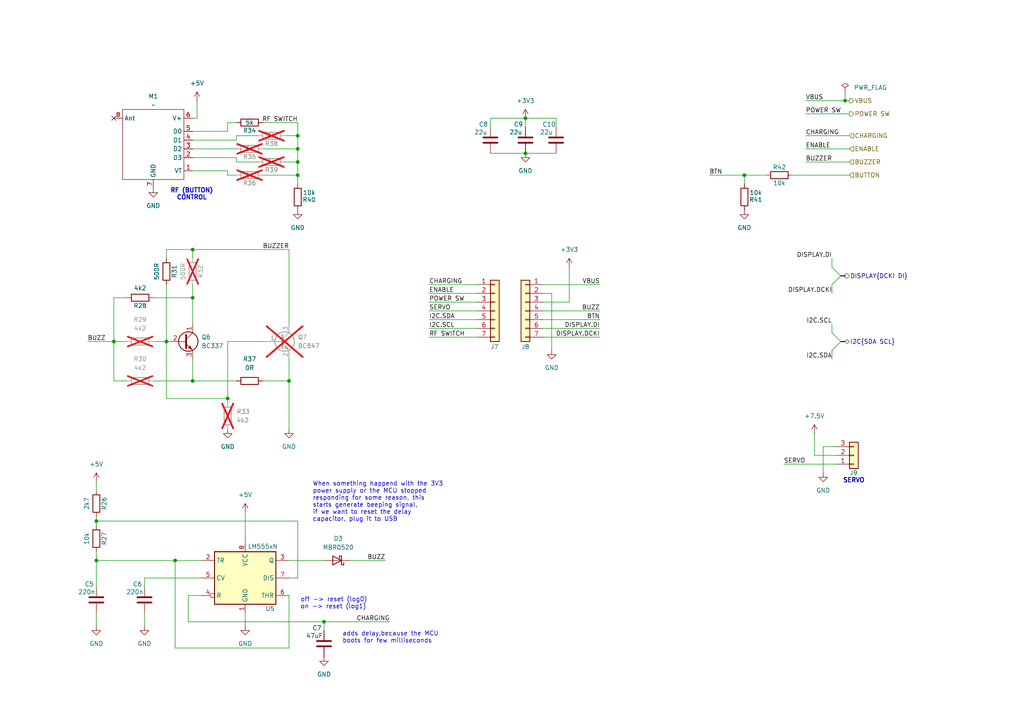
<source format=kicad_sch>
(kicad_sch (version 20250114) (generator "eeschema") (generator_version "9.0")
  (paper "A4")
  (title_block (title "Brake Control") (date "2024-12-15") (rev "1.0"))
  (lib_symbols
    (symbol "Connector_Generic:Conn_01x03" (pin_names (offset 1.016) (hide yes))
      (property "Reference" "J" (at 0 5.08 0))
      (property "Value" "Conn_01x03" (at 0 -5.08 0))
      (symbol "Conn_01x03_1_1"
        (rectangle (start -1.27 3.81) (end 1.27 -3.81) (stroke (width 0.254)) (fill (type background)))
        (rectangle (start -1.27 2.667) (end 0 2.413) (stroke (width 0.1524)))
        (rectangle (start -1.27 0.127) (end 0 -0.127) (stroke (width 0.1524)))
        (rectangle (start -1.27 -2.413) (end 0 -2.667) (stroke (width 0.1524)))
        (pin passive line (at -5.08 2.54 0) (length 3.81) (name "Pin_1") (number "1"))
        (pin passive line (at -5.08 0 0) (length 3.81) (name "Pin_2") (number "2"))
        (pin passive line (at -5.08 -2.54 0) (length 3.81) (name "Pin_3") (number "3"))
      )
    )
    (symbol "Connector_Generic:Conn_01x07" (pin_names (offset 1.016) (hide yes))
      (property "Reference" "J" (at 0 10.16 0))
      (property "Value" "Conn_01x07" (at 0 -10.16 0))
      (symbol "Conn_01x07_1_1"
        (rectangle (start -1.27 8.89) (end 1.27 -8.89) (stroke (width 0.254)) (fill (type background)))
        (rectangle (start -1.27 7.747) (end 0 7.493) (stroke (width 0.1524)))
        (rectangle (start -1.27 5.207) (end 0 4.953) (stroke (width 0.1524)))
        (rectangle (start -1.27 2.667) (end 0 2.413) (stroke (width 0.1524)))
        (rectangle (start -1.27 0.127) (end 0 -0.127) (stroke (width 0.1524)))
        (rectangle (start -1.27 -2.413) (end 0 -2.667) (stroke (width 0.1524)))
        (rectangle (start -1.27 -4.953) (end 0 -5.207) (stroke (width 0.1524)))
        (rectangle (start -1.27 -7.493) (end 0 -7.747) (stroke (width 0.1524)))
        (pin passive line (at -5.08 7.62 0) (length 3.81) (name "Pin_1") (number "1"))
        (pin passive line (at -5.08 5.08 0) (length 3.81) (name "Pin_2") (number "2"))
        (pin passive line (at -5.08 2.54 0) (length 3.81) (name "Pin_3") (number "3"))
        (pin passive line (at -5.08 0 0) (length 3.81) (name "Pin_4") (number "4"))
        (pin passive line (at -5.08 -2.54 0) (length 3.81) (name "Pin_5") (number "5"))
        (pin passive line (at -5.08 -5.08 0) (length 3.81) (name "Pin_6") (number "6"))
        (pin passive line (at -5.08 -7.62 0) (length 3.81) (name "Pin_7") (number "7"))
      )
    )
    (symbol "Device:C" (pin_numbers (hide yes)) (pin_names (offset 0.254))
      (property "Reference" "C" (at 0.635 2.54 0))
      (property "Value" "C" (at 0.635 -2.54 0))
      (symbol "C_0_1"
        (polyline (pts (xy -2.032 0.762) (xy 2.032 0.762)) (stroke (width 0.508)))
        (polyline (pts (xy -2.032 -0.762) (xy 2.032 -0.762)) (stroke (width 0.508)))
      )
      (symbol "C_1_1"
        (pin passive line (at 0 3.81 270) (length 2.794) (name "~") (number "1"))
        (pin passive line (at 0 -3.81 90) (length 2.794) (name "~") (number "2"))
      )
    )
    (symbol "Device:R" (pin_numbers (hide yes)) (pin_names (offset 0))
      (property "Reference" "R" (at 2.032 0 90))
      (property "Value" "R" (at 0 0 90))
      (symbol "R_0_1"
        (rectangle (start -1.016 -2.54) (end 1.016 2.54) (stroke (width 0.254)))
      )
      (symbol "R_1_1"
        (pin passive line (at 0 3.81 270) (length 1.27) (name "~") (number "1"))
        (pin passive line (at 0 -3.81 90) (length 1.27) (name "~") (number "2"))
      )
    )
    (symbol "Diode:MBR0520" (pin_numbers (hide yes)) (pin_names (offset 1.016) (hide yes))
      (property "Reference" "D" (at 0 2.54 0))
      (property "Value" "MBR0520" (at 0 -2.54 0))
      (symbol "MBR0520_0_1"
        (polyline (pts (xy -1.905 0.635) (xy -1.905 1.27) (xy -1.27 1.27) (xy -1.27 -1.27) (xy -0.635 -1.27) (xy -0.635 -0.635)) (stroke (width 0.254)))
        (polyline (pts (xy 1.27 1.27) (xy 1.27 -1.27) (xy -1.27 0) (xy 1.27 1.27)) (stroke (width 0.254)))
        (polyline (pts (xy 1.27 0) (xy -1.27 0)))
      )
      (symbol "MBR0520_1_1"
        (pin passive line (at -3.81 0 0) (length 2.54) (name "K") (number "1"))
        (pin passive line (at 3.81 0 180) (length 2.54) (name "A") (number "2"))
      )
    )
    (symbol "Timer:LM555xN"
      (property "Reference" "U" (at -10.16 8.89 0))
      (property "Value" "LM555xN" (at 2.54 8.89 0))
      (symbol "LM555xN_0_0"
        (pin power_in line (at 0 10.16 270) (length 2.54) (name "VCC") (number "8"))
        (pin power_in line (at 0 -10.16 90) (length 2.54) (name "GND") (number "1"))
      )
      (symbol "LM555xN_0_1"
        (rectangle (start -8.89 -7.62) (end 8.89 7.62) (stroke (width 0.254)) (fill (type background)))
        (rectangle (start -8.89 -7.62) (end 8.89 7.62) (stroke (width 0.254)) (fill (type background)))
      )
      (symbol "LM555xN_1_1"
        (pin input line (at -12.7 5.08 0) (length 3.81) (name "TR") (number "2"))
        (pin input line (at -12.7 0 0) (length 3.81) (name "CV") (number "5"))
        (pin input inverted (at -12.7 -5.08 0) (length 3.81) (name "R") (number "4"))
        (pin output line (at 12.7 5.08 180) (length 3.81) (name "Q") (number "3"))
        (pin input line (at 12.7 0 180) (length 3.81) (name "DIS") (number "7"))
        (pin input line (at 12.7 -5.08 180) (length 3.81) (name "THR") (number "6"))
      )
    )
    (symbol "Transistor_BJT:BC337" (pin_names (offset 0) (hide yes))
      (property "Reference" "Q" (at 5.08 1.905 0))
      (property "Value" "BC337" (at 5.08 0 0))
      (symbol "BC337_0_1"
        (polyline (pts (xy 0 0) (xy 0.635 0)))
        (polyline (pts (xy 0.635 1.905) (xy 0.635 -1.905) (xy 0.635 -1.905)) (stroke (width 0.508)))
        (polyline (pts (xy 0.635 0.635) (xy 2.54 2.54)))
        (polyline (pts (xy 0.635 -0.635) (xy 2.54 -2.54) (xy 2.54 -2.54)))
        (circle (center 1.27 0) (radius 2.8194) (stroke (width 0.254)))
        (polyline (pts (xy 1.27 -1.778) (xy 1.778 -1.27) (xy 2.286 -2.286) (xy 1.27 -1.778) (xy 1.27 -1.778)) (fill (type outline)))
      )
      (symbol "BC337_1_1"
        (pin input line (at -5.08 0 0) (length 5.08) (name "B") (number "2"))
        (pin passive line (at 2.54 5.08 270) (length 2.54) (name "C") (number "1"))
        (pin passive line (at 2.54 -5.08 90) (length 2.54) (name "E") (number "3"))
      )
    )
    (symbol "Transistor_BJT:BC847" (pin_names (offset 0) (hide yes))
      (property "Reference" "Q" (at 5.08 1.905 0))
      (property "Value" "BC847" (at 5.08 0 0))
      (symbol "BC847_0_1"
        (polyline (pts (xy 0.635 1.905) (xy 0.635 -1.905) (xy 0.635 -1.905)) (stroke (width 0.508)))
        (polyline (pts (xy 0.635 0.635) (xy 2.54 2.54)))
        (polyline (pts (xy 0.635 -0.635) (xy 2.54 -2.54) (xy 2.54 -2.54)))
        (circle (center 1.27 0) (radius 2.8194) (stroke (width 0.254)))
        (polyline (pts (xy 1.27 -1.778) (xy 1.778 -1.27) (xy 2.286 -2.286) (xy 1.27 -1.778) (xy 1.27 -1.778)) (fill (type outline)))
      )
      (symbol "BC847_1_1"
        (pin input line (at -5.08 0 0) (length 5.715) (name "B") (number "1"))
        (pin passive line (at 2.54 5.08 270) (length 2.54) (name "C") (number "3"))
        (pin passive line (at 2.54 -5.08 90) (length 2.54) (name "E") (number "2"))
      )
    )
    (symbol "chinese_modules:RF_controller"
      (property "Reference" "M" (at 0 0 0))
      (symbol "RF_controller_0_1"
        (rectangle (start -8.89 10.16) (end 8.89 -10.16))
      )
      (symbol "RF_controller_1_1"
        (pin input line (at -11.43 7.62 0) (length 2.54) (name "Ant") (number "8"))
        (pin passive line (at 0 -12.7 90) (length 2.54) (name "GND") (number "7"))
        (pin passive line (at 11.43 7.62 180) (length 2.54) (name "V+") (number "6"))
        (pin passive line (at 11.43 3.81 180) (length 2.54) (name "D0") (number "5"))
        (pin passive line (at 11.43 1.27 180) (length 2.54) (name "D1") (number "4"))
        (pin passive line (at 11.43 -1.27 180) (length 2.54) (name "D2") (number "3"))
        (pin passive line (at 11.43 -3.81 180) (length 2.54) (name "D3") (number "2"))
        (pin passive line (at 11.43 -7.62 180) (length 2.54) (name "VT") (number "1"))
      )
    )
    (symbol "power:+3V3" (power) (pin_numbers (hide yes)) (pin_names (offset 0) (hide yes))
      (property "Value" "+3V3" (at 0 3.556 0))
      (symbol "+3V3_0_1"
        (polyline (pts (xy -0.762 1.27) (xy 0 2.54)))
        (polyline (pts (xy 0 2.54) (xy 0.762 1.27)))
        (polyline (pts (xy 0 0) (xy 0 2.54)))
      )
      (symbol "+3V3_1_1"
        (pin power_in line (at 0 0 90) (length 0) (name "~") (number "1"))
      )
    )
    (symbol "power:+5V" (power) (pin_numbers (hide yes)) (pin_names (offset 0) (hide yes))
      (property "Value" "+5V" (at 0 3.556 0))
      (symbol "+5V_0_1"
        (polyline (pts (xy -0.762 1.27) (xy 0 2.54)))
        (polyline (pts (xy 0 2.54) (xy 0.762 1.27)))
        (polyline (pts (xy 0 0) (xy 0 2.54)))
      )
      (symbol "+5V_1_1"
        (pin power_in line (at 0 0 90) (length 0) (name "~") (number "1"))
      )
    )
    (symbol "power:+7.5V" (power) (pin_numbers (hide yes)) (pin_names (offset 0) (hide yes))
      (property "Value" "+7.5V" (at 0 3.556 0))
      (symbol "+7.5V_0_1"
        (polyline (pts (xy -0.762 1.27) (xy 0 2.54)))
        (polyline (pts (xy 0 2.54) (xy 0.762 1.27)))
        (polyline (pts (xy 0 0) (xy 0 2.54)))
      )
      (symbol "+7.5V_1_1"
        (pin power_in line (at 0 0 90) (length 0) (name "~") (number "1"))
      )
    )
    (symbol "power:GND" (power) (pin_numbers (hide yes)) (pin_names (offset 0) (hide yes))
      (property "Value" "GND" (at 0 -3.81 0))
      (symbol "GND_0_1"
        (polyline (pts (xy 0 0) (xy 0 -1.27) (xy 1.27 -1.27) (xy 0 -2.54) (xy -1.27 -1.27) (xy 0 -1.27)))
      )
      (symbol "GND_1_1"
        (pin power_in line (at 0 0 270) (length 0) (name "~") (number "1"))
      )
    )
    (symbol "power:PWR_FLAG" (power) (pin_numbers (hide yes)) (pin_names (offset 0) (hide yes))
      (property "Value" "PWR_FLAG" (at 0 3.81 0))
      (symbol "PWR_FLAG_0_0"
        (pin power_out line (at 0 0 90) (length 0) (name "~") (number "1"))
      )
      (symbol "PWR_FLAG_0_1"
        (polyline (pts (xy 0 0) (xy 0 1.27) (xy -1.016 1.905) (xy 0 2.54) (xy 1.016 1.905) (xy 0 1.27)))
      )
    )
  )
  (bus_alias "DISPLAY" (members "DISP_DI" "DISP_DCKI"))
  (text "adds delay,because the MCU \nboots for few milliseconds" (at 99.314 184.912 0) (effects (font (size 1.27 1.27)) (justify left)))
  (text "SERVO" (at 247.65 139.446 0) (effects (font (size 1.27 1.27) (thickness 0.254) (bold yes))))
  (text "off -> reset (log0)\non -> reset (log1) " (at 87.122 175.006 0) (effects (font (size 1.27 1.27)) (justify left)))
  (text "RF (BUTTON)\nCONTROL\n" (at 55.626 56.388 0) (effects (font (size 1.27 1.27) (thickness 0.254) (bold yes))))
  (text "When something happend with the 3V3\npower supply or the MCU stopped \nresponding for some reason, this\nstarts generate beeping signal, \nif we want to reset the delay \ncapacitor, plug it to USB" (at 90.678 145.542 0) (effects (font (size 1.27 1.27)) (justify left)))
  (junction (at 86.36 46.99))
  (junction (at 48.26 99.06))
  (junction (at 33.02 99.06))
  (junction (at 152.4 34.29))
  (junction (at 86.36 39.37))
  (junction (at 27.94 151.13))
  (junction (at 55.88 86.36))
  (junction (at 66.04 115.57))
  (junction (at 215.9 50.8))
  (junction (at 55.88 72.39))
  (junction (at 86.36 43.18))
  (junction (at 27.94 162.56))
  (junction (at 83.82 110.49))
  (junction (at 245.11 29.21))
  (junction (at 86.36 50.8))
  (junction (at 93.98 180.34))
  (junction (at 152.4 44.45))
  (junction (at 50.8 162.56))
  (junction (at 55.88 110.49))
  (no_connect (at 33.02 34.29))
  (bus_entry (at 241.3 77.47) (size 2.54 2.54))
  (bus_entry (at 243.84 80.01) (size -2.54 2.54))
  (bus_entry (at 243.84 99.06) (size -2.54 2.54))
  (bus_entry (at 241.3 96.52) (size 2.54 2.54))
  (wire (pts (xy 55.88 86.36) (xy 55.88 93.98)))
  (wire (pts (xy 142.24 36.83) (xy 142.24 34.29)))
  (wire (pts (xy 86.36 151.13) (xy 86.36 167.64)))
  (wire (pts (xy 36.83 86.36) (xy 33.02 86.36)))
  (wire (pts (xy 27.94 149.86) (xy 27.94 151.13)))
  (wire (pts (xy 66.04 115.57) (xy 66.04 116.84)))
  (wire (pts (xy 82.55 39.37) (xy 86.36 39.37)))
  (wire (pts (xy 157.48 97.79) (xy 173.99 97.79)))
  (wire (pts (xy 66.04 35.56) (xy 68.58 35.56)))
  (wire (pts (xy 241.3 96.52) (xy 241.3 93.98)))
  (wire (pts (xy 93.98 180.34) (xy 113.03 180.34)))
  (wire (pts (xy 152.4 44.45) (xy 161.29 44.45)))
  (wire (pts (xy 33.02 110.49) (xy 33.02 99.06)))
  (wire (pts (xy 124.46 82.55) (xy 138.43 82.55)))
  (wire (pts (xy 124.46 95.25) (xy 138.43 95.25)))
  (wire (pts (xy 245.11 26.67) (xy 245.11 29.21)))
  (wire (pts (xy 66.04 50.8) (xy 68.58 50.8)))
  (wire (pts (xy 50.8 162.56) (xy 50.8 187.96)))
  (wire (pts (xy 44.45 86.36) (xy 55.88 86.36)))
  (wire (pts (xy 205.74 50.8) (xy 215.9 50.8)))
  (wire (pts (xy 157.48 92.71) (xy 173.99 92.71)))
  (wire (pts (xy 245.11 29.21) (xy 246.38 29.21)))
  (wire (pts (xy 55.88 104.14) (xy 55.88 110.49)))
  (wire (pts (xy 76.2 110.49) (xy 83.82 110.49)))
  (wire (pts (xy 124.46 87.63) (xy 138.43 87.63)))
  (wire (pts (xy 101.6 162.56) (xy 111.76 162.56)))
  (wire (pts (xy 165.1 77.47) (xy 165.1 87.63)))
  (wire (pts (xy 76.2 43.18) (xy 86.36 43.18)))
  (wire (pts (xy 25.4 99.06) (xy 33.02 99.06)))
  (wire (pts (xy 83.82 72.39) (xy 83.82 93.98)))
  (wire (pts (xy 86.36 50.8) (xy 86.36 53.34)))
  (wire (pts (xy 55.88 40.64) (xy 68.58 40.64)))
  (wire (pts (xy 27.94 151.13) (xy 86.36 151.13)))
  (wire (pts (xy 236.22 125.73) (xy 236.22 132.08)))
  (wire (pts (xy 55.88 72.39) (xy 83.82 72.39)))
  (wire (pts (xy 66.04 49.53) (xy 66.04 50.8)))
  (wire (pts (xy 82.55 46.99) (xy 86.36 46.99)))
  (wire (pts (xy 55.88 49.53) (xy 66.04 49.53)))
  (wire (pts (xy 68.58 45.72) (xy 68.58 46.99)))
  (wire (pts (xy 157.48 85.09) (xy 160.02 85.09)))
  (wire (pts (xy 238.76 137.16) (xy 238.76 129.54)))
  (wire (pts (xy 227.33 134.62) (xy 242.57 134.62)))
  (wire (pts (xy 83.82 104.14) (xy 83.82 110.49)))
  (wire (pts (xy 48.26 115.57) (xy 66.04 115.57)))
  (wire (pts (xy 36.83 99.06) (xy 33.02 99.06)))
  (wire (pts (xy 233.68 43.18) (xy 246.38 43.18)))
  (wire (pts (xy 27.94 160.02) (xy 27.94 162.56)))
  (wire (pts (xy 233.68 39.37) (xy 246.38 39.37)))
  (wire (pts (xy 68.58 39.37) (xy 74.93 39.37)))
  (wire (pts (xy 27.94 151.13) (xy 27.94 152.4)))
  (wire (pts (xy 68.58 40.64) (xy 68.58 39.37)))
  (wire (pts (xy 152.4 34.29) (xy 152.4 36.83)))
  (wire (pts (xy 44.45 99.06) (xy 48.26 99.06)))
  (wire (pts (xy 236.22 132.08) (xy 242.57 132.08)))
  (wire (pts (xy 41.91 167.64) (xy 58.42 167.64)))
  (wire (pts (xy 233.68 29.21) (xy 245.11 29.21)))
  (wire (pts (xy 48.26 82.55) (xy 48.26 99.06)))
  (wire (pts (xy 71.12 181.61) (xy 71.12 177.8)))
  (wire (pts (xy 222.25 50.8) (xy 215.9 50.8)))
  (wire (pts (xy 86.36 167.64) (xy 83.82 167.64)))
  (wire (pts (xy 157.48 82.55) (xy 173.99 82.55)))
  (wire (pts (xy 66.04 99.06) (xy 76.2 99.06)))
  (wire (pts (xy 54.61 180.34) (xy 54.61 172.72)))
  (wire (pts (xy 68.58 46.99) (xy 74.93 46.99)))
  (wire (pts (xy 86.36 50.8) (xy 76.2 50.8)))
  (wire (pts (xy 44.45 110.49) (xy 55.88 110.49)))
  (wire (pts (xy 57.15 29.21) (xy 57.15 34.29)))
  (wire (pts (xy 83.82 110.49) (xy 83.82 124.46)))
  (wire (pts (xy 48.26 115.57) (xy 48.26 99.06)))
  (wire (pts (xy 83.82 187.96) (xy 50.8 187.96)))
  (wire (pts (xy 124.46 90.17) (xy 138.43 90.17)))
  (wire (pts (xy 233.68 46.99) (xy 246.38 46.99)))
  (wire (pts (xy 48.26 72.39) (xy 55.88 72.39)))
  (wire (pts (xy 55.88 110.49) (xy 68.58 110.49)))
  (wire (pts (xy 55.88 72.39) (xy 55.88 74.93)))
  (wire (pts (xy 83.82 162.56) (xy 93.98 162.56)))
  (wire (pts (xy 142.24 44.45) (xy 152.4 44.45)))
  (wire (pts (xy 215.9 50.8) (xy 215.9 53.34)))
  (bus (pts (xy 245.11 99.06) (xy 243.84 99.06)))
  (wire (pts (xy 157.48 90.17) (xy 173.99 90.17)))
  (wire (pts (xy 36.83 110.49) (xy 33.02 110.49)))
  (wire (pts (xy 41.91 177.8) (xy 41.91 181.61)))
  (wire (pts (xy 241.3 85.09) (xy 241.3 82.55)))
  (wire (pts (xy 27.94 177.8) (xy 27.94 181.61)))
  (wire (pts (xy 86.36 35.56) (xy 86.36 39.37)))
  (wire (pts (xy 229.87 50.8) (xy 246.38 50.8)))
  (wire (pts (xy 165.1 87.63) (xy 157.48 87.63)))
  (wire (pts (xy 27.94 139.7) (xy 27.94 142.24)))
  (wire (pts (xy 124.46 85.09) (xy 138.43 85.09)))
  (wire (pts (xy 71.12 148.59) (xy 71.12 157.48)))
  (wire (pts (xy 66.04 99.06) (xy 66.04 115.57)))
  (wire (pts (xy 83.82 172.72) (xy 83.82 187.96)))
  (wire (pts (xy 66.04 35.56) (xy 66.04 38.1)))
  (wire (pts (xy 152.4 34.29) (xy 161.29 34.29)))
  (wire (pts (xy 124.46 97.79) (xy 138.43 97.79)))
  (wire (pts (xy 160.02 85.09) (xy 160.02 101.6)))
  (wire (pts (xy 157.48 95.25) (xy 173.99 95.25)))
  (wire (pts (xy 76.2 35.56) (xy 86.36 35.56)))
  (wire (pts (xy 50.8 162.56) (xy 58.42 162.56)))
  (wire (pts (xy 55.88 45.72) (xy 68.58 45.72)))
  (wire (pts (xy 233.68 33.02) (xy 246.38 33.02)))
  (bus (pts (xy 245.11 80.01) (xy 243.84 80.01)))
  (wire (pts (xy 142.24 34.29) (xy 152.4 34.29)))
  (wire (pts (xy 41.91 170.18) (xy 41.91 167.64)))
  (wire (pts (xy 57.15 34.29) (xy 55.88 34.29)))
  (wire (pts (xy 54.61 172.72) (xy 58.42 172.72)))
  (wire (pts (xy 124.46 92.71) (xy 138.43 92.71)))
  (wire (pts (xy 27.94 170.18) (xy 27.94 162.56)))
  (wire (pts (xy 33.02 86.36) (xy 33.02 99.06)))
  (wire (pts (xy 241.3 74.93) (xy 241.3 77.47)))
  (wire (pts (xy 238.76 129.54) (xy 242.57 129.54)))
  (wire (pts (xy 54.61 180.34) (xy 93.98 180.34)))
  (wire (pts (xy 55.88 38.1) (xy 66.04 38.1)))
  (wire (pts (xy 86.36 43.18) (xy 86.36 46.99)))
  (wire (pts (xy 161.29 34.29) (xy 161.29 36.83)))
  (wire (pts (xy 86.36 46.99) (xy 86.36 50.8)))
  (wire (pts (xy 27.94 162.56) (xy 50.8 162.56)))
  (wire (pts (xy 93.98 180.34) (xy 93.98 182.88)))
  (wire (pts (xy 55.88 82.55) (xy 55.88 86.36)))
  (wire (pts (xy 86.36 39.37) (xy 86.36 43.18)))
  (wire (pts (xy 241.3 104.14) (xy 241.3 101.6)))
  (wire (pts (xy 48.26 74.93) (xy 48.26 72.39)))
  (wire (pts (xy 55.88 43.18) (xy 68.58 43.18)))
  (label "BTN" (at 173.99 92.71 180))
  (label "CHARGING" (at 124.46 82.55 0))
  (label "POWER SW" (at 233.68 33.02 0))
  (label "VBUS" (at 173.99 82.55 180))
  (label "DISPLAY.DCKI" (at 173.99 97.79 180))
  (label "VBUS" (at 233.68 29.21 0))
  (label "BTN" (at 205.74 50.8 0))
  (label "BUZZ" (at 111.76 162.56 180))
  (label "CHARGING" (at 233.68 39.37 0))
  (label "DISPLAY.DCKI" (at 241.3 85.09 180))
  (label "RF SWITCH" (at 124.46 97.79 0))
  (label "I2C.SCL" (at 241.3 93.98 180))
  (label "I2C.SCL" (at 124.46 95.25 0))
  (label "I2C.SDA" (at 241.3 104.14 180))
  (label "I2C.SDA" (at 124.46 92.71 0))
  (label "SERVO" (at 227.33 134.62 0))
  (label "DISPLAY.DI" (at 241.3 74.93 180))
  (label "CHARGING" (at 113.03 180.34 180))
  (label "ENABLE" (at 124.46 85.09 0))
  (label "RF SWITCH" (at 86.36 35.56 180))
  (label "BUZZ" (at 25.4 99.06 0))
  (label "POWER SW" (at 124.46 87.63 0))
  (label "DISPLAY.DI" (at 173.99 95.25 180))
  (label "SERVO" (at 124.46 90.17 0))
  (label "BUZZER" (at 233.68 46.99 0))
  (label "ENABLE" (at 233.68 43.18 0))
  (label "BUZZ" (at 173.99 90.17 180))
  (label "BUZZER" (at 83.82 72.39 180))
  (hierarchical_label "BUTTON" (shape input) (at 246.38 50.8 0))
  (hierarchical_label "BUZZER" (shape input) (at 246.38 46.99 0))
  (hierarchical_label "ENABLE" (shape input) (at 246.38 43.18 0))
  (hierarchical_label "CHARGING" (shape input) (at 246.38 39.37 0))
  (hierarchical_label "VBUS" (shape output) (at 246.38 29.21 0))
  (hierarchical_label "I2C{SDA SCL}" (shape bidirectional) (at 245.11 99.06 0))
  (hierarchical_label "POWER SW" (shape output) (at 246.38 33.02 0))
  (hierarchical_label "DISPLAY{DCKI DI}" (shape output) (at 245.11 80.01 0))
  (symbol (lib_id "Connector_Generic:Conn_01x03") (at 247.65 132.08 0) (mirror x) (unit 1)
    (property "Reference" "J9" (at 246.38 137.16 0) (effects (justify left)))
    (property "Value" "Conn_01x03" (effects (hide yes)))
    (property "Footprint" "Connector_PinHeader_2.54mm:PinHeader_1x03_P2.54mm_Vertical_SMD_Pin1Left" (effects (hide yes)))
    (property "Description" "Generic connector, single row, 01x03, script generated (kicad-library-utils/schlib/autogen/connector/)" (effects (hide yes)))
  )
  (symbol (lib_id "Transistor_BJT:BC337") (at 53.34 99.06 0) (unit 1)
    (property "Reference" "Q6" (at 58.42 97.7899 0) (effects (justify left)))
    (property "Value" "BC337" (at 58.42 100.3299 0) (effects (justify left)))
    (property "Footprint" "Package_TO_SOT_THT:TO-92_Inline" (effects (hide yes)))
    (property "Datasheet" "https://diotec.com/tl_files/diotec/files/pdf/datasheets/bc337.pdf" (effects (hide yes)))
    (property "Description" "0.8A Ic, 45V Vce, NPN Transistor, TO-92" (effects (hide yes)))
  )
  (symbol (lib_id "power:GND") (at 83.82 124.46 0) (unit 1)
    (property "Reference" "#PWR037" (effects (hide yes)))
    (property "Value" "GND" (at 83.82 129.54 0))
    (property "Description" "Power symbol creates a global label with name \"GND\" , ground" (effects (hide yes)))
  )
  (symbol (lib_id "Device:C") (at 152.4 40.64 0) (unit 1)
    (property "Reference" "C9" (at 150.368 36.068 0))
    (property "Value" "22u" (at 149.606 38.354 0))
    (property "Footprint" "Capacitor_SMD:C_0805_2012Metric_Pad1.18x1.45mm_HandSolder" (effects (hide yes)))
    (property "Description" "Unpolarized capacitor" (effects (hide yes)))
  )
  (symbol (lib_id "chinese_modules:RF_controller") (at 44.45 41.91 0) (unit 1)
    (property "Reference" "M1" (at 44.45 27.94 0))
    (property "Value" "~" (at 44.45 30.48 0))
    (property "Footprint" "chinese_modules:RF_controller" (effects (hide yes)))
  )
  (symbol (lib_id "Device:R") (at 40.64 86.36 270) (unit 1)
    (property "Reference" "R28" (at 40.64 88.646 90))
    (property "Value" "4k2" (at 40.64 83.566 90))
    (property "Footprint" "Resistor_SMD:R_0805_2012Metric_Pad1.20x1.40mm_HandSolder" (effects (hide yes)))
    (property "Description" "Resistor" (effects (hide yes)))
  )
  (symbol (lib_id "Device:R") (at 40.64 99.06 90) (unit 1) (dnp yes)
    (property "Reference" "R29" (at 40.64 92.71 90))
    (property "Value" "4k2" (at 40.64 95.25 90))
    (property "Footprint" "Resistor_SMD:R_0805_2012Metric_Pad1.20x1.40mm_HandSolder" (effects (hide yes)))
    (property "Description" "Resistor" (effects (hide yes)))
  )
  (symbol (lib_id "power:+3V3") (at 152.4 34.29 0) (unit 1)
    (property "Reference" "#PWR040" (effects (hide yes)))
    (property "Value" "+3V3" (at 152.4 29.21 0))
    (property "Description" "Power symbol creates a global label with name \"+3V3\"" (effects (hide yes)))
  )
  (symbol (lib_id "Device:C") (at 142.24 40.64 0) (unit 1)
    (property "Reference" "C8" (at 140.208 36.068 0))
    (property "Value" "22u" (at 139.446 38.354 0))
    (property "Footprint" "Capacitor_SMD:C_0805_2012Metric_Pad1.18x1.45mm_HandSolder" (effects (hide yes)))
    (property "Description" "Unpolarized capacitor" (effects (hide yes)))
  )
  (symbol (lib_id "Device:R") (at 72.39 43.18 270) (mirror x) (unit 1) (dnp yes)
    (property "Reference" "R35" (at 72.39 45.466 90))
    (property "Value" "5k" (at 72.39 43.18 90))
    (property "Footprint" "Resistor_SMD:R_0805_2012Metric_Pad1.20x1.40mm_HandSolder" (effects (hide yes)))
    (property "Description" "Resistor" (effects (hide yes)))
  )
  (symbol (lib_id "Diode:MBR0520") (at 97.79 162.56 180) (unit 1)
    (property "Reference" "D3" (at 98.1075 156.21 0))
    (property "Value" "MBR0520" (at 98.1075 158.75 0))
    (property "Footprint" "Diode_SMD:D_SOD-123" (effects (hide yes)))
    (property "Datasheet" "http://www.mccsemi.com/up_pdf/MBR0520~MBR0580(SOD123).pdf" (effects (hide yes)))
    (property "Description" "20V 0.5A Schottky Power Rectifier Diode, SOD-123" (effects (hide yes)))
  )
  (symbol (lib_id "power:+3V3") (at 165.1 77.47 0) (unit 1)
    (property "Reference" "#PWR043" (effects (hide yes)))
    (property "Value" "+3V3" (at 165.1 72.39 0))
    (property "Description" "Power symbol creates a global label with name \"+3V3\"" (effects (hide yes)))
  )
  (symbol (lib_id "Transistor_BJT:BC847") (at 81.28 99.06 0) (unit 1) (dnp yes)
    (property "Reference" "Q7" (at 86.36 97.7899 0) (effects (justify left)))
    (property "Value" "BC847" (at 86.36 100.3299 0) (effects (justify left)))
    (property "Footprint" "Package_TO_SOT_SMD:SOT-23" (effects (hide yes)))
    (property "Datasheet" "http://www.infineon.com/dgdl/Infineon-BC847SERIES_BC848SERIES_BC849SERIES_BC850SERIES-DS-v01_01-en.pdf?fileId=db3a304314dca389011541d4630a1657" (effects (hide yes)))
    (property "Description" "0.1A Ic, 45V Vce, NPN Transistor, SOT-23" (effects (hide yes)))
  )
  (symbol (lib_id "Device:R") (at 226.06 50.8 270) (mirror x) (unit 1)
    (property "Reference" "R42" (at 226.06 48.514 90))
    (property "Value" "10k" (at 226.06 53.086 90))
    (property "Footprint" "Resistor_SMD:R_0805_2012Metric_Pad1.20x1.40mm_HandSolder" (effects (hide yes)))
    (property "Description" "Resistor" (effects (hide yes)))
  )
  (symbol (lib_id "power:GND") (at 44.45 54.61 0) (unit 1)
    (property "Reference" "#PWR032" (effects (hide yes)))
    (property "Value" "GND" (at 44.45 59.69 0))
    (property "Description" "Power symbol creates a global label with name \"GND\" , ground" (effects (hide yes)))
  )
  (symbol (lib_id "Connector_Generic:Conn_01x07") (at 152.4 90.17 0) (mirror y) (unit 1)
    (property "Reference" "J8" (at 152.4 100.584 0))
    (property "Value" "Conn_01x07" (effects (hide yes)))
    (property "Footprint" "Connector_PinSocket_2.54mm:PinSocket_1x07_P2.54mm_Vertical_SMD_Pin1Left" (effects (hide yes)))
    (property "Description" "Generic connector, single row, 01x07, script generated (kicad-library-utils/schlib/autogen/connector/)" (effects (hide yes)))
  )
  (symbol (lib_id "Device:C") (at 93.98 186.69 0) (unit 1)
    (property "Reference" "C7" (at 91.948 182.118 0))
    (property "Value" "47uF" (at 91.186 184.404 0))
    (property "Footprint" "Capacitor_SMD:C_0805_2012Metric_Pad1.18x1.45mm_HandSolder" (effects (hide yes)))
    (property "Description" "Unpolarized capacitor" (effects (hide yes)))
  )
  (symbol (lib_id "power:GND") (at 93.98 190.5 0) (unit 1)
    (property "Reference" "#PWR039" (effects (hide yes)))
    (property "Value" "GND" (at 93.98 195.58 0))
    (property "Description" "Power symbol creates a global label with name \"GND\" , ground" (effects (hide yes)))
  )
  (symbol (lib_id "power:+5V") (at 27.94 139.7 0) (unit 1)
    (property "Reference" "#PWR029" (effects (hide yes)))
    (property "Value" "+5V" (at 27.94 134.62 0))
    (property "Description" "Power symbol creates a global label with name \"+5V\"" (effects (hide yes)))
  )
  (symbol (lib_id "Device:R") (at 55.88 78.74 0) (unit 1) (dnp yes)
    (property "Reference" "R32" (at 58.166 78.74 90))
    (property "Value" "500R" (at 53.086 78.74 90))
    (property "Footprint" "Resistor_SMD:R_0805_2012Metric_Pad1.20x1.40mm_HandSolder" (effects (hide yes)))
    (property "Description" "Resistor" (effects (hide yes)))
  )
  (symbol (lib_id "Timer:LM555xN") (at 71.12 167.64 0) (unit 1)
    (property "Reference" "U5" (at 76.962 176.53 0) (effects (justify left)))
    (property "Value" "LM555xN" (at 71.882 158.496 0) (effects (justify left)))
    (property "Footprint" "Package_DIP:DIP-8_W7.62mm" (effects (hide yes)))
    (property "Datasheet" "http://www.ti.com/lit/ds/symlink/lm555.pdf" (effects (hide yes)))
    (property "Description" "Timer, 555 compatible, PDIP-8" (effects (hide yes)))
  )
  (symbol (lib_id "Device:R") (at 72.39 110.49 270) (unit 1)
    (property "Reference" "R37" (at 72.39 104.14 90))
    (property "Value" "0R" (at 72.39 106.68 90))
    (property "Footprint" "Resistor_SMD:R_0805_2012Metric_Pad1.20x1.40mm_HandSolder" (effects (hide yes)))
    (property "Description" "Resistor" (effects (hide yes)))
  )
  (symbol (lib_id "power:GND") (at 41.91 181.61 0) (unit 1)
    (property "Reference" "#PWR031" (effects (hide yes)))
    (property "Value" "GND" (at 41.91 186.69 0))
    (property "Description" "Power symbol creates a global label with name \"GND\" , ground" (effects (hide yes)))
  )
  (symbol (lib_id "power:GND") (at 238.76 137.16 0) (unit 1)
    (property "Reference" "#PWR046" (effects (hide yes)))
    (property "Value" "GND" (at 238.76 142.24 0))
    (property "Description" "Power symbol creates a global label with name \"GND\" , ground" (effects (hide yes)))
  )
  (symbol (lib_id "power:GND") (at 86.36 60.96 0) (unit 1)
    (property "Reference" "#PWR038" (effects (hide yes)))
    (property "Value" "GND" (at 86.36 66.04 0))
    (property "Description" "Power symbol creates a global label with name \"GND\" , ground" (effects (hide yes)))
  )
  (symbol (lib_id "Device:R") (at 40.64 110.49 90) (unit 1) (dnp yes)
    (property "Reference" "R30" (at 40.64 104.14 90))
    (property "Value" "4k2" (at 40.64 106.68 90))
    (property "Footprint" "Resistor_SMD:R_0805_2012Metric_Pad1.20x1.40mm_HandSolder" (effects (hide yes)))
    (property "Description" "Resistor" (effects (hide yes)))
  )
  (symbol (lib_id "Device:R") (at 48.26 78.74 0) (unit 1)
    (property "Reference" "R31" (at 50.546 78.74 90))
    (property "Value" "500R" (at 45.466 78.74 90))
    (property "Footprint" "Resistor_SMD:R_0805_2012Metric_Pad1.20x1.40mm_HandSolder" (effects (hide yes)))
    (property "Description" "Resistor" (effects (hide yes)))
  )
  (symbol (lib_id "Device:R") (at 78.74 39.37 270) (mirror x) (unit 1) (dnp yes)
    (property "Reference" "R38" (at 78.74 41.656 90))
    (property "Value" "5k" (at 78.74 39.37 90))
    (property "Footprint" "Resistor_SMD:R_0805_2012Metric_Pad1.20x1.40mm_HandSolder" (effects (hide yes)))
    (property "Description" "Resistor" (effects (hide yes)))
  )
  (symbol (lib_id "power:GND") (at 215.9 60.96 0) (unit 1)
    (property "Reference" "#PWR044" (effects (hide yes)))
    (property "Value" "GND" (at 215.9 66.04 0))
    (property "Description" "Power symbol creates a global label with name \"GND\" , ground" (effects (hide yes)))
  )
  (symbol (lib_id "Connector_Generic:Conn_01x07") (at 143.51 90.17 0) (unit 1)
    (property "Reference" "J7" (at 142.24 100.584 0) (effects (justify left)))
    (property "Value" "Conn_01x07" (effects (hide yes)))
    (property "Footprint" "Connector_PinSocket_2.54mm:PinSocket_1x07_P2.54mm_Vertical_SMD_Pin1Left" (effects (hide yes)))
    (property "Description" "Generic connector, single row, 01x07, script generated (kicad-library-utils/schlib/autogen/connector/)" (effects (hide yes)))
  )
  (symbol (lib_id "power:+5V") (at 57.15 29.21 0) (unit 1)
    (property "Reference" "#PWR033" (effects (hide yes)))
    (property "Value" "+5V" (at 57.15 24.13 0))
    (property "Description" "Power symbol creates a global label with name \"+5V\"" (effects (hide yes)))
  )
  (symbol (lib_id "Device:R") (at 27.94 156.21 0) (unit 1)
    (property "Reference" "R27" (at 30.226 156.21 90))
    (property "Value" "10k" (at 25.146 156.21 90))
    (property "Footprint" "Resistor_SMD:R_0805_2012Metric_Pad1.20x1.40mm_HandSolder" (effects (hide yes)))
    (property "Description" "Resistor" (effects (hide yes)))
  )
  (symbol (lib_id "power:GND") (at 160.02 101.6 0) (unit 1)
    (property "Reference" "#PWR042" (effects (hide yes)))
    (property "Value" "GND" (at 160.02 106.68 0))
    (property "Description" "Power symbol creates a global label with name \"GND\" , ground" (effects (hide yes)))
  )
  (symbol (lib_id "Device:R") (at 215.9 57.15 0) (mirror x) (unit 1)
    (property "Reference" "R41" (at 219.202 57.912 0))
    (property "Value" "10k" (at 219.202 55.88 0))
    (property "Footprint" "Resistor_SMD:R_0805_2012Metric_Pad1.20x1.40mm_HandSolder" (effects (hide yes)))
    (property "Description" "Resistor" (effects (hide yes)))
  )
  (symbol (lib_id "power:PWR_FLAG") (at 245.11 26.67 0) (unit 1)
    (property "Reference" "#FLG05" (effects (hide yes)))
    (property "Value" "PWR_FLAG" (at 247.65 25.3999 0) (effects (justify left)))
    (property "Description" "Special symbol for telling ERC where power comes from" (effects (hide yes)))
  )
  (symbol (lib_id "power:GND") (at 71.12 181.61 0) (unit 1)
    (property "Reference" "#PWR036" (effects (hide yes)))
    (property "Value" "GND" (at 71.12 186.69 0))
    (property "Description" "Power symbol creates a global label with name \"GND\" , ground" (effects (hide yes)))
  )
  (symbol (lib_id "Device:C") (at 161.29 40.64 0) (unit 1)
    (property "Reference" "C10" (at 159.258 36.068 0))
    (property "Value" "22u" (at 158.496 38.354 0))
    (property "Footprint" "Capacitor_SMD:C_0805_2012Metric_Pad1.18x1.45mm_HandSolder" (effects (hide yes)))
    (property "Description" "Unpolarized capacitor" (effects (hide yes)))
  )
  (symbol (lib_id "power:GND") (at 66.04 124.46 0) (unit 1)
    (property "Reference" "#PWR034" (effects (hide yes)))
    (property "Value" "GND" (at 66.04 129.54 0))
    (property "Description" "Power symbol creates a global label with name \"GND\" , ground" (effects (hide yes)))
  )
  (symbol (lib_id "Device:R") (at 66.04 120.65 180) (unit 1) (dnp yes)
    (property "Reference" "R33" (at 68.58 119.3799 0) (effects (justify right)))
    (property "Value" "4k2" (at 68.58 121.9199 0) (effects (justify right)))
    (property "Footprint" "Resistor_SMD:R_0805_2012Metric_Pad1.20x1.40mm_HandSolder" (effects (hide yes)))
    (property "Description" "Resistor" (effects (hide yes)))
  )
  (symbol (lib_id "Device:R") (at 78.74 46.99 270) (mirror x) (unit 1) (dnp yes)
    (property "Reference" "R39" (at 78.74 49.276 90))
    (property "Value" "5k" (at 78.74 46.99 90))
    (property "Footprint" "Resistor_SMD:R_0805_2012Metric_Pad1.20x1.40mm_HandSolder" (effects (hide yes)))
    (property "Description" "Resistor" (effects (hide yes)))
  )
  (symbol (lib_id "Device:C") (at 27.94 173.99 0) (unit 1)
    (property "Reference" "C5" (at 25.908 169.418 0))
    (property "Value" "220n" (at 25.146 171.704 0))
    (property "Footprint" "Capacitor_SMD:C_0805_2012Metric_Pad1.18x1.45mm_HandSolder" (effects (hide yes)))
    (property "Description" "Unpolarized capacitor" (effects (hide yes)))
  )
  (symbol (lib_id "power:GND") (at 152.4 44.45 0) (unit 1)
    (property "Reference" "#PWR041" (effects (hide yes)))
    (property "Value" "GND" (at 152.4 49.53 0))
    (property "Description" "Power symbol creates a global label with name \"GND\" , ground" (effects (hide yes)))
  )
  (symbol (lib_id "Device:R") (at 72.39 35.56 270) (mirror x) (unit 1)
    (property "Reference" "R34" (at 72.39 37.846 90))
    (property "Value" "5k" (at 72.39 35.56 90))
    (property "Footprint" "Resistor_SMD:R_0805_2012Metric_Pad1.20x1.40mm_HandSolder" (effects (hide yes)))
    (property "Description" "Resistor" (effects (hide yes)))
  )
  (symbol (lib_id "power:GND") (at 27.94 181.61 0) (unit 1)
    (property "Reference" "#PWR030" (effects (hide yes)))
    (property "Value" "GND" (at 27.94 186.69 0))
    (property "Description" "Power symbol creates a global label with name \"GND\" , ground" (effects (hide yes)))
  )
  (symbol (lib_id "power:+7.5V") (at 236.22 125.73 0) (unit 1)
    (property "Reference" "#PWR045" (effects (hide yes)))
    (property "Value" "+7.5V" (at 236.22 120.65 0))
    (property "Description" "Power symbol creates a global label with name \"+7.5V\"" (effects (hide yes)))
  )
  (symbol (lib_id "Device:R") (at 27.94 146.05 0) (unit 1)
    (property "Reference" "R26" (at 30.226 146.05 90))
    (property "Value" "2k7" (at 25.146 146.05 90))
    (property "Footprint" "Resistor_SMD:R_0805_2012Metric_Pad1.20x1.40mm_HandSolder" (effects (hide yes)))
    (property "Description" "Resistor" (effects (hide yes)))
  )
  (symbol (lib_id "Device:C") (at 41.91 173.99 0) (unit 1)
    (property "Reference" "C6" (at 39.878 169.418 0))
    (property "Value" "220n" (at 39.116 171.704 0))
    (property "Footprint" "Capacitor_SMD:C_0805_2012Metric_Pad1.18x1.45mm_HandSolder" (effects (hide yes)))
    (property "Description" "Unpolarized capacitor" (effects (hide yes)))
  )
  (symbol (lib_id "power:+5V") (at 71.12 148.59 0) (unit 1)
    (property "Reference" "#PWR035" (effects (hide yes)))
    (property "Value" "+5V" (at 71.12 143.51 0))
    (property "Description" "Power symbol creates a global label with name \"+5V\"" (effects (hide yes)))
  )
  (symbol (lib_id "Device:R") (at 72.39 50.8 270) (mirror x) (unit 1) (dnp yes)
    (property "Reference" "R36" (at 72.39 53.086 90))
    (property "Value" "5k" (at 72.39 50.8 90))
    (property "Footprint" "Resistor_SMD:R_0805_2012Metric_Pad1.20x1.40mm_HandSolder" (effects (hide yes)))
    (property "Description" "Resistor" (effects (hide yes)))
  )
  (symbol (lib_id "Device:R") (at 86.36 57.15 0) (mirror x) (unit 1)
    (property "Reference" "R40" (at 89.662 57.912 0))
    (property "Value" "10k" (at 89.662 55.88 0))
    (property "Footprint" "Resistor_SMD:R_0805_2012Metric_Pad1.20x1.40mm_HandSolder" (effects (hide yes)))
    (property "Description" "Resistor" (effects (hide yes)))
  )
)
</source>
